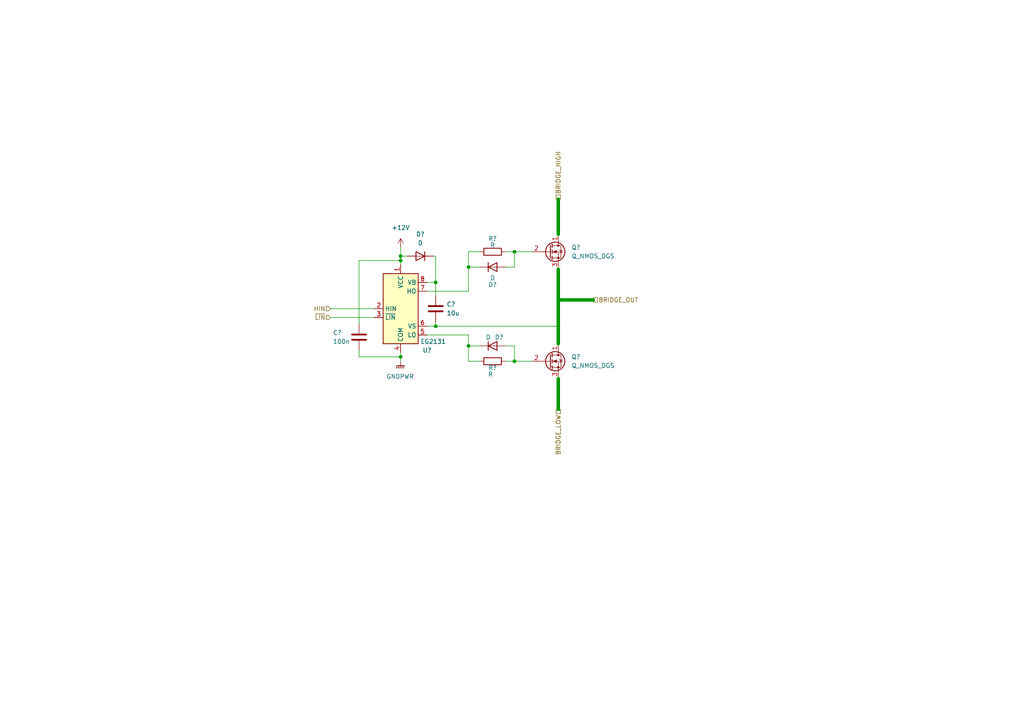
<source format=kicad_sch>
(kicad_sch (version 20211123) (generator eeschema)
  (paper "A4")
  (lib_symbols
    (symbol "Device:C" (pin_numbers hide) (pin_names (offset 0.254))
      (property "Reference" "C" (at 0.635 2.54 0))
      (property "Value" "C" (at 0.635 -2.54 0))
      (symbol "C_0_1"
        (polyline (pts (xy -2.032 -0.762) (xy 2.032 -0.762)) (stroke (width 0.508)))
        (polyline (pts (xy -2.032 0.762) (xy 2.032 0.762)) (stroke (width 0.508)))
      )
      (symbol "C_1_1"
        (pin passive line (at 0 3.81 270) (length 2.794) (name "~") (number "1"))
        (pin passive line (at 0 -3.81 90) (length 2.794) (name "~") (number "2"))
      )
    )
    (symbol "Device:D" (pin_numbers hide) (pin_names (offset 1.016) hide)
      (property "Reference" "D" (at 0 2.54 0))
      (property "Value" "D" (at 0 -2.54 0))
      (symbol "D_0_1"
        (polyline (pts (xy -1.27 1.27) (xy -1.27 -1.27)) (stroke (width 0.254)))
        (polyline (pts (xy 1.27 0) (xy -1.27 0)))
        (polyline (pts (xy 1.27 1.27) (xy 1.27 -1.27) (xy -1.27 0) (xy 1.27 1.27)) (stroke (width 0.254)))
      )
      (symbol "D_1_1"
        (pin passive line (at -3.81 0 0) (length 2.54) (name "K") (number "1"))
        (pin passive line (at 3.81 0 180) (length 2.54) (name "A") (number "2"))
      )
    )
    (symbol "Device:Q_NMOS_DGS" (pin_names (offset 0) hide)
      (property "Reference" "Q" (at 5.08 1.27 0))
      (property "Value" "Q_NMOS_DGS" (at 5.08 -1.27 0))
      (symbol "Q_NMOS_DGS_0_1"
        (polyline (pts (xy 0.254 0) (xy -2.54 0)))
        (polyline (pts (xy 0.254 1.905) (xy 0.254 -1.905)) (stroke (width 0.254)))
        (polyline (pts (xy 0.762 -1.27) (xy 0.762 -2.286)) (stroke (width 0.254)))
        (polyline (pts (xy 0.762 0.508) (xy 0.762 -0.508)) (stroke (width 0.254)))
        (polyline (pts (xy 0.762 2.286) (xy 0.762 1.27)) (stroke (width 0.254)))
        (polyline (pts (xy 2.54 2.54) (xy 2.54 1.778)))
        (polyline (pts (xy 2.54 -2.54) (xy 2.54 0) (xy 0.762 0)))
        (polyline (pts (xy 0.762 -1.778) (xy 3.302 -1.778) (xy 3.302 1.778) (xy 0.762 1.778)))
        (polyline (pts (xy 1.016 0) (xy 2.032 0.381) (xy 2.032 -0.381) (xy 1.016 0)) (fill (type outline)))
        (polyline (pts (xy 2.794 0.508) (xy 2.921 0.381) (xy 3.683 0.381) (xy 3.81 0.254)))
        (polyline (pts (xy 3.302 0.381) (xy 2.921 -0.254) (xy 3.683 -0.254) (xy 3.302 0.381)))
        (circle (center 1.651 0) (radius 2.794) (stroke (width 0.254)))
        (circle (center 2.54 -1.778) (radius 0.254) (fill (type outline)))
        (circle (center 2.54 1.778) (radius 0.254) (fill (type outline)))
      )
      (symbol "Q_NMOS_DGS_1_1"
        (pin passive line (at 2.54 5.08 270) (length 2.54) (name "D") (number "1"))
        (pin input line (at -5.08 0 0) (length 2.54) (name "G") (number "2"))
        (pin passive line (at 2.54 -5.08 90) (length 2.54) (name "S") (number "3"))
      )
    )
    (symbol "Device:R" (pin_numbers hide) (pin_names (offset 0))
      (property "Reference" "R" (at 2.032 0 90))
      (property "Value" "R" (at 0 0 90))
      (symbol "R_0_1"
        (rectangle (start -1.016 -2.54) (end 1.016 2.54) (stroke (width 0.254)))
      )
      (symbol "R_1_1"
        (pin passive line (at 0 3.81 270) (length 1.27) (name "~") (number "1"))
        (pin passive line (at 0 -3.81 90) (length 1.27) (name "~") (number "2"))
      )
    )
    (symbol "Driver_FET:IR2103"
      (property "Reference" "U" (at 1.27 13.335 0))
      (property "Value" "IR2103" (at 1.27 11.43 0))
      (symbol "IR2103_0_1"
        (rectangle (start -5.08 -10.16) (end 5.08 10.16) (stroke (width 0.254)) (fill (type background)))
      )
      (symbol "IR2103_1_1"
        (pin power_in line (at 0 12.7 270) (length 2.54) (name "VCC") (number "1"))
        (pin input line (at -7.62 0 0) (length 2.54) (name "HIN") (number "2"))
        (pin input line (at -7.62 -2.54 0) (length 2.54) (name "~{LIN}") (number "3"))
        (pin power_in line (at 0 -12.7 90) (length 2.54) (name "COM") (number "4"))
        (pin output line (at 7.62 -7.62 180) (length 2.54) (name "LO") (number "5"))
        (pin passive line (at 7.62 -5.08 180) (length 2.54) (name "VS") (number "6"))
        (pin output line (at 7.62 5.08 180) (length 2.54) (name "HO") (number "7"))
        (pin passive line (at 7.62 7.62 180) (length 2.54) (name "VB") (number "8"))
      )
    )
    (symbol "power:+12V" (power) (pin_names (offset 0))
      (property "Value" "+12V" (at 0 3.556 0))
      (symbol "+12V_0_1"
        (polyline (pts (xy -0.762 1.27) (xy 0 2.54)))
        (polyline (pts (xy 0 0) (xy 0 2.54)))
        (polyline (pts (xy 0 2.54) (xy 0.762 1.27)))
      )
      (symbol "+12V_1_1"
        (pin power_in line (at 0 0 90) (length 0) hide (name "+12V") (number "1"))
      )
    )
    (symbol "power:GNDPWR" (power) (pin_names (offset 0))
      (property "Value" "GNDPWR" (at 0 -3.302 0))
      (symbol "GNDPWR_0_1"
        (polyline (pts (xy 0 -1.27) (xy 0 0)))
        (polyline (pts (xy -1.016 -1.27) (xy -1.27 -2.032) (xy -1.27 -2.032)) (stroke (width 0.2032)))
        (polyline (pts (xy -0.508 -1.27) (xy -0.762 -2.032) (xy -0.762 -2.032)) (stroke (width 0.2032)))
        (polyline (pts (xy 0 -1.27) (xy -0.254 -2.032) (xy -0.254 -2.032)) (stroke (width 0.2032)))
        (polyline (pts (xy 0.508 -1.27) (xy 0.254 -2.032) (xy 0.254 -2.032)) (stroke (width 0.2032)))
        (polyline (pts (xy 1.016 -1.27) (xy -1.016 -1.27) (xy -1.016 -1.27)) (stroke (width 0.2032)))
        (polyline (pts (xy 1.016 -1.27) (xy 0.762 -2.032) (xy 0.762 -2.032) (xy 0.762 -2.032)) (stroke (width 0.2032)))
      )
      (symbol "GNDPWR_1_1"
        (pin power_in line (at 0 0 270) (length 0) hide (name "GNDPWR") (number "1"))
      )
    )
  )
  (junction (at 135.89 77.47))
  (junction (at 126.365 94.615))
  (junction (at 149.225 73.025))
  (junction (at 161.925 94.615))
  (junction (at 116.205 103.505))
  (junction (at 161.925 86.995))
  (junction (at 116.205 75.565))
  (junction (at 126.365 81.915))
  (junction (at 116.205 74.295))
  (junction (at 149.225 104.775))
  (junction (at 135.89 100.33))
  (wire (pts (xy 146.685 77.47) (xy 149.225 77.47)))
  (wire (pts (xy 149.225 73.025) (xy 146.685 73.025)))
  (wire (pts (xy 161.925 86.995) (xy 161.925 94.615)) (stroke (width 1)))
  (wire (pts (xy 149.225 104.775) (xy 154.305 104.775)))
  (wire (pts (xy 149.225 100.33) (xy 149.225 104.775)))
  (wire (pts (xy 161.925 109.855) (xy 161.925 118.745)) (stroke (width 1)))
  (wire (pts (xy 149.225 73.025) (xy 154.305 73.025)))
  (wire (pts (xy 161.925 86.995) (xy 172.085 86.995)) (stroke (width 1)))
  (wire (pts (xy 95.885 89.535) (xy 108.585 89.535)))
  (wire (pts (xy 126.365 81.915) (xy 123.825 81.915)))
  (wire (pts (xy 123.825 97.155) (xy 135.89 97.155)))
  (wire (pts (xy 104.14 93.98) (xy 104.14 75.565)))
  (wire (pts (xy 126.365 74.295) (xy 126.365 81.915)))
  (wire (pts (xy 161.925 94.615) (xy 161.925 99.695)) (stroke (width 1)))
  (wire (pts (xy 149.225 104.775) (xy 146.685 104.775)))
  (wire (pts (xy 95.885 92.075) (xy 108.585 92.075)))
  (wire (pts (xy 135.89 77.47) (xy 135.89 73.025)))
  (wire (pts (xy 123.825 94.615) (xy 126.365 94.615)))
  (wire (pts (xy 126.365 85.725) (xy 126.365 81.915)))
  (wire (pts (xy 104.14 75.565) (xy 116.205 75.565)))
  (wire (pts (xy 125.73 74.295) (xy 126.365 74.295)))
  (wire (pts (xy 149.225 77.47) (xy 149.225 73.025)))
  (wire (pts (xy 135.89 97.155) (xy 135.89 100.33)))
  (wire (pts (xy 104.14 101.6) (xy 104.14 103.505)))
  (wire (pts (xy 126.365 94.615) (xy 161.925 94.615)))
  (wire (pts (xy 116.205 102.235) (xy 116.205 103.505)))
  (wire (pts (xy 135.89 104.775) (xy 139.065 104.775)))
  (wire (pts (xy 146.685 100.33) (xy 149.225 100.33)))
  (wire (pts (xy 161.925 78.105) (xy 161.925 86.995)) (stroke (width 1)))
  (wire (pts (xy 116.205 75.565) (xy 116.205 76.835)))
  (wire (pts (xy 139.065 100.33) (xy 135.89 100.33)))
  (wire (pts (xy 135.89 100.33) (xy 135.89 104.775)))
  (wire (pts (xy 123.825 84.455) (xy 135.89 84.455)))
  (wire (pts (xy 135.89 84.455) (xy 135.89 77.47)))
  (wire (pts (xy 116.205 103.505) (xy 116.205 104.775)))
  (wire (pts (xy 118.11 74.295) (xy 116.205 74.295)))
  (wire (pts (xy 135.89 73.025) (xy 139.065 73.025)))
  (wire (pts (xy 126.365 93.345) (xy 126.365 94.615)))
  (wire (pts (xy 139.065 77.47) (xy 135.89 77.47)))
  (wire (pts (xy 116.205 74.295) (xy 116.205 75.565)))
  (wire (pts (xy 104.14 103.505) (xy 116.205 103.505)))
  (wire (pts (xy 161.925 57.785) (xy 161.925 67.945)) (stroke (width 1)))
  (wire (pts (xy 116.205 71.755) (xy 116.205 74.295)))
  (hierarchical_label "HIN" (shape input) (at 95.885 89.535 180))
  (hierarchical_label "BRIDGE_LOW" (shape passive) (at 161.925 118.745 270))
  (hierarchical_label "~{LIN}" (shape input) (at 95.885 92.075 180))
  (hierarchical_label "BRIDGE_OUT" (shape passive) (at 172.085 86.995 0))
  (hierarchical_label "BRIDGE_HIGH" (shape passive) (at 161.925 57.785 90))
  (symbol (lib_id "power:+12V") (at 116.205 71.755 0)
    (property "Reference" "#PWR?" (effects hide))
    (property "Value" "+12V" (at 116.205 66.04 0))
  )
  (symbol (lib_id "Device:C") (at 104.14 97.79 0)
    (property "Reference" "C?" (at 96.52 96.52 0) (effects (justify left)))
    (property "Value" "100n" (at 96.52 99.06 0) (effects (justify left)))
  )
  (symbol (lib_id "Driver_FET:IR2103") (at 116.205 89.535 0)
    (property "Reference" "U?" (at 122.555 101.6 0) (effects (justify left)))
    (property "Value" "EG2131" (at 121.92 99.06 0) (effects (justify left)))
  )
  (symbol (lib_id "Device:C") (at 126.365 89.535 0)
    (property "Reference" "C?" (at 129.54 88.2649 0) (effects (justify left)))
    (property "Value" "10u" (at 129.54 90.8049 0) (effects (justify left)))
  )
  (symbol (lib_id "Device:Q_NMOS_DGS") (at 159.385 104.775 0)
    (property "Reference" "Q?" (at 165.735 103.5049 0) (effects (justify left)))
    (property "Value" "Q_NMOS_DGS" (at 165.735 106.0449 0) (effects (justify left)))
  )
  (symbol (lib_id "Device:Q_NMOS_DGS") (at 159.385 73.025 0)
    (property "Reference" "Q?" (at 165.735 71.7549 0) (effects (justify left)))
    (property "Value" "Q_NMOS_DGS" (at 165.735 74.2949 0) (effects (justify left)))
  )
  (symbol (lib_id "Device:D") (at 142.875 77.47 0)
    (property "Reference" "D?" (at 142.875 82.55 0))
    (property "Value" "D" (at 142.875 80.645 0))
  )
  (symbol (lib_id "power:GNDPWR") (at 116.205 104.775 0)
    (property "Reference" "#PWR?" (effects hide))
    (property "Value" "GNDPWR" (at 116.078 109.22 0))
  )
  (symbol (lib_id "Device:D") (at 142.875 100.33 0)
    (property "Reference" "D?" (at 144.78 97.79 0))
    (property "Value" "D" (at 141.605 97.79 0))
  )
  (symbol (lib_id "Device:D") (at 121.92 74.295 180)
    (property "Reference" "D?" (at 121.92 67.945 0))
    (property "Value" "D" (at 121.92 70.485 0))
  )
  (symbol (lib_id "Device:R") (at 142.875 104.775 90)
    (property "Reference" "R?" (at 142.875 106.68 90))
    (property "Value" "R" (at 142.24 108.585 90))
  )
  (symbol (lib_id "Device:R") (at 142.875 73.025 90)
    (property "Reference" "R?" (at 142.875 69.215 90))
    (property "Value" "R" (at 142.875 71.12 90))
  )
)
</source>
